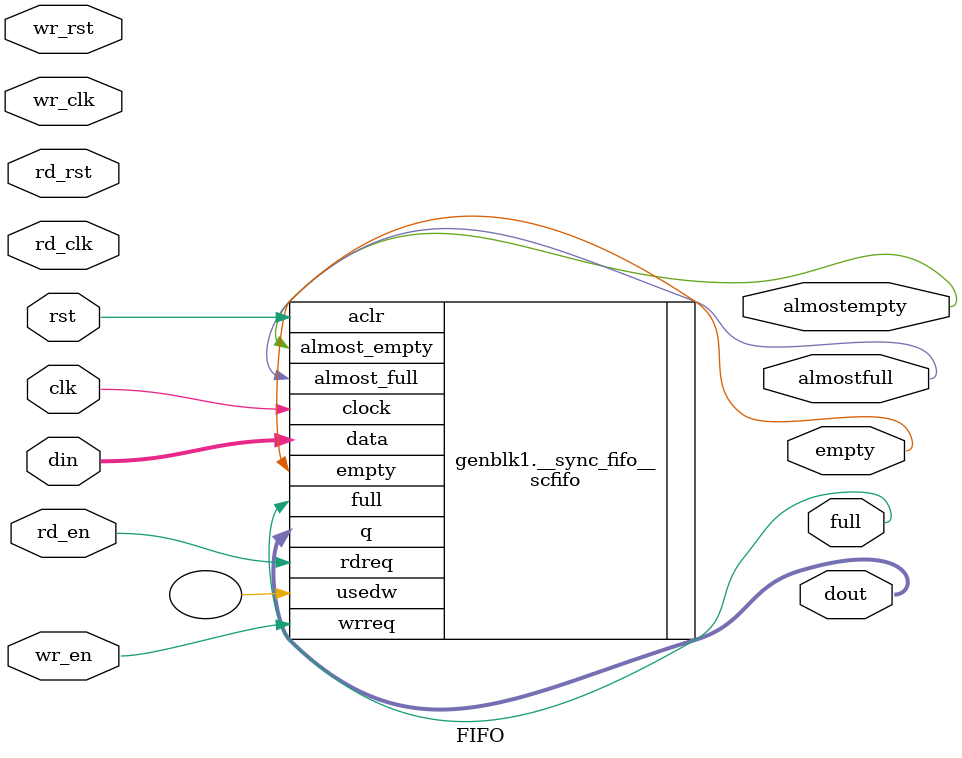
<source format=v>

module FIFO # (
    parameter SYNC = 1,
    parameter DATA_WIDTH = 128,
    parameter DATA_DEPTH = 512,
    parameter USE_BLOCK_RAM = 1,
    parameter ALMOST_FULL = 13'h100,
    parameter ALMOST_EMPTY = 13'h10
) (
    input  wire                     clk,
    input  wire                     rst,

    input  wire                     wr_clk,
    input  wire                     wr_rst,
    input  wire                     wr_en,
    input  wire  [DATA_WIDTH-1:0]   din,
    output wire                     full,
    output wire                     almostfull,

    input  wire                     rd_clk,
    input  wire                     rd_rst,
    input  wire                     rd_en,
    output wire  [DATA_WIDTH-1:0]   dout,
    output wire                     empty,
    output wire                     almostempty
    
);

    function integer clogb2;
        input [31:0] value;
        begin
            value = value - 1;
            for (clogb2 = 0; value > 0; clogb2 = clogb2 + 1) begin
                value = value >> 1;
            end
        end
    endfunction

    localparam LPM_HINT = USE_BLOCK_RAM ? "RAM_BLOCK_TYPE=M20K,MAXIMUM_DEPTH=512" : "RAM_BLOCK_TYPE=MLAB,MAXIMUM_DEPTH=32";
    localparam INT_ALMOST_FULL = DATA_DEPTH > ALMOST_FULL ? ALMOST_FULL : DATA_DEPTH >> 2;
    localparam INT_ALMOST_EMPTY = DATA_DEPTH > ALMOST_EMPTY ? ALMOST_EMPTY : DATA_DEPTH >> 2;

    generate if (SYNC) begin
        scfifo # (
            .add_ram_output_register    ("ON"),
            .intended_device_family     ("Stratix V"),
            .almost_empty_value         (INT_ALMOST_EMPTY),
            .almost_full_value          (INT_ALMOST_FULL),
            .lpm_hint                   (LPM_HINT),
            .lpm_numwords               (DATA_DEPTH),
            .lpm_showahead              ("ON"),
            .lpm_type                   ("scfifo"),
            .lpm_width                  (DATA_WIDTH),
            .lpm_widthu                 (clogb2(DATA_DEPTH)),
            .overflow_checking          ("ON"),
            .underflow_checking         ("ON"),
            .use_eab                    ("ON")
        ) __sync_fifo__ (
            .clock                      (clk),
            .aclr                       (rst),
            .data                       (din),
            .rdreq                      (rd_en),
            .wrreq                      (wr_en),
            .usedw                      (),
            .empty                      (empty),
            .almost_empty               (almostempty),
            .full                       (full),
            .almost_full                (almostfull),
            .q                          (dout)
        );
    end else begin
            wire [8:0] rdusedw, wrusedw;
            reg ae=1, af=0;
            assign almostfull = af;
            assign almostempty = ae;

            always @(posedge rd_clk) begin
                if (rd_rst) begin
                    ae <= 1;
                end else begin
                    ae <= rdusedw <= INT_ALMOST_EMPTY;
                end
            end

            always @(posedge wr_clk) begin
                if (wr_rst) begin
                    af <= 0;
                end else begin
                    af <= wrusedw >= INT_ALMOST_FULL;
                end
            end

            dcfifo # (
                .add_ram_output_register("ON"),
                .intended_device_family ("Stratix V"),
                .lpm_numwords           (512),
                .lpm_showahead          ("ON"),
                .lpm_type               ("dcfifo"),
                .lpm_width              (DATA_WIDTH),
                .lpm_widthu             (9),
                .overflow_checking      ("ON"),
                .rdsync_delaypipe       (4),
                .underflow_checking     ("ON"),
                .use_eab                ("ON"),
                .wrsync_delaypipe       (4)
            ) __async_fifo__ (
                .data                   (din),
                .rdclk                  (rd_clk),
                .rdreq                  (rd_en),
                .wrclk                  (wr_clk),
                .wrreq                  (wr_en),
                .wrfull                 (full),
                .q                      (dout),
                .rdempty                (empty),
                .aclr                   (wr_rst | rd_rst),
                .rdfull                 (),
                .rdusedw                (rdusedw),
                .wrempty                (),
                .wrusedw                (wrusedw)
            );
    end endgenerate

endmodule


</source>
